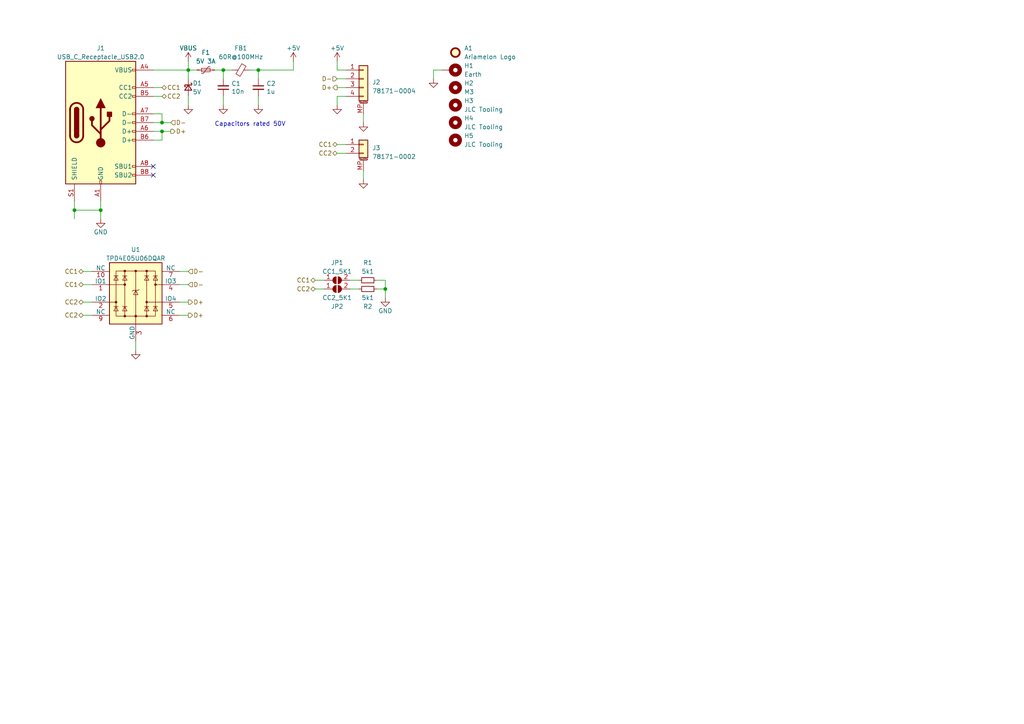
<source format=kicad_sch>
(kicad_sch (version 20230121) (generator eeschema)
  (paper "A4")
  (lib_symbols
    (symbol "Casaba:TPD4E05U06DQAR" (pin_names (offset 0))
      (property "Reference" "U2" (at 0 12.7 0))
      (property "Value" "TPD4E05U06DQAR" (at 0 10.16 0))
      (symbol "TPD4E05U06DQAR_0_0"
        (rectangle (start -5.715 6.477) (end 5.715 -6.604))
        (polyline (pts (xy -3.175 -6.604) (xy -3.175 6.477)))
        (polyline (pts (xy 0 6.477) (xy 0 -6.604)))
        (polyline (pts (xy 3.175 6.477) (xy 3.175 -6.604)))
      )
      (symbol "TPD4E05U06DQAR_0_1"
        (rectangle (start -7.62 8.89) (end 7.62 -8.89) (stroke (width 0.254)) (fill (type background)))
        (circle (center -5.715 -2.54) (radius 0.2794) (fill (type outline)))
        (circle (center -3.175 -6.604) (radius 0.2794) (fill (type outline)))
        (circle (center -3.175 2.54) (radius 0.2794) (fill (type outline)))
        (circle (center -3.175 6.477) (radius 0.2794) (fill (type outline)))
        (polyline (pts (xy -7.747 2.54) (xy -3.175 2.54)))
        (polyline (pts (xy -7.62 -2.54) (xy -5.715 -2.54)))
        (polyline (pts (xy -5.08 -3.81) (xy -6.35 -3.81)))
        (polyline (pts (xy -5.08 5.08) (xy -6.35 5.08)))
        (polyline (pts (xy -2.54 -3.81) (xy -3.81 -3.81)))
        (polyline (pts (xy -2.54 5.08) (xy -3.81 5.08)))
        (polyline (pts (xy -0.635 0.889) (xy -1.016 0.635)))
        (polyline (pts (xy 0 -6.604) (xy 0 -8.89)))
        (polyline (pts (xy 0.635 0.889) (xy -0.635 0.889)))
        (polyline (pts (xy 0.635 0.889) (xy 1.016 1.143)))
        (polyline (pts (xy 3.81 -3.81) (xy 2.54 -3.81)))
        (polyline (pts (xy 3.81 5.08) (xy 2.54 5.08)))
        (polyline (pts (xy 6.35 -3.81) (xy 5.08 -3.81)))
        (polyline (pts (xy 6.35 5.08) (xy 5.08 5.08)))
        (polyline (pts (xy 7.62 -2.54) (xy 3.175 -2.54)))
        (polyline (pts (xy 7.62 2.54) (xy 5.715 2.54)))
        (polyline (pts (xy -5.08 -5.08) (xy -6.35 -5.08) (xy -5.715 -3.81) (xy -5.08 -5.08)))
        (polyline (pts (xy -5.08 3.81) (xy -6.35 3.81) (xy -5.715 5.08) (xy -5.08 3.81)))
        (polyline (pts (xy -2.54 -5.08) (xy -3.81 -5.08) (xy -3.175 -3.81) (xy -2.54 -5.08)))
        (polyline (pts (xy -2.54 3.81) (xy -3.81 3.81) (xy -3.175 5.08) (xy -2.54 3.81)))
        (polyline (pts (xy 0.635 -0.381) (xy -0.635 -0.381) (xy 0 0.889) (xy 0.635 -0.381)))
        (polyline (pts (xy 3.81 -5.08) (xy 2.54 -5.08) (xy 3.175 -3.81) (xy 3.81 -5.08)))
        (polyline (pts (xy 3.81 3.81) (xy 2.54 3.81) (xy 3.175 5.08) (xy 3.81 3.81)))
        (polyline (pts (xy 6.35 -5.08) (xy 5.08 -5.08) (xy 5.715 -3.81) (xy 6.35 -5.08)))
        (polyline (pts (xy 6.35 3.81) (xy 5.08 3.81) (xy 5.715 5.08) (xy 6.35 3.81)))
        (circle (center 0 6.477) (radius 0.2794) (fill (type outline)))
        (circle (center 3.175 -6.604) (radius 0.2794) (fill (type outline)))
        (circle (center 3.175 -2.54) (radius 0.2794) (fill (type outline)))
        (circle (center 3.175 6.477) (radius 0.2794) (fill (type outline)))
        (circle (center 5.715 2.54) (radius 0.2794) (fill (type outline)))
      )
      (symbol "TPD4E05U06DQAR_1_1"
        (circle (center 0 -6.604) (radius 0.2794) (fill (type outline)))
        (pin bidirectional line (at -12.7 2.54 0) (length 5.08) (name "IO1") (number "1"))
        (pin bidirectional line (at -12.7 6.35 0) (length 5.08) (name "NC") (number "10"))
        (pin bidirectional line (at -12.7 -2.54 0) (length 5.08) (name "IO2") (number "2"))
        (pin power_in line (at 0 -13.97 90) (length 5.08) (name "GND") (number "3"))
        (pin bidirectional line (at 12.7 2.54 180) (length 5.08) (name "IO3") (number "4"))
        (pin bidirectional line (at 12.7 -2.54 180) (length 5.08) (name "IO4") (number "5"))
        (pin bidirectional line (at 12.7 -6.35 180) (length 5.08) (name "NC") (number "6"))
        (pin bidirectional line (at 12.7 6.35 180) (length 5.08) (name "NC") (number "7"))
        (pin power_in line (at 0 -13.97 90) (length 5.08) hide (name "GND") (number "8"))
        (pin bidirectional line (at -12.7 -6.35 0) (length 5.08) (name "NC") (number "9"))
      )
    )
    (symbol "Connector:USB_C_Receptacle_USB2.0" (pin_names (offset 1.016))
      (property "Reference" "J4" (at 0 21.59 0))
      (property "Value" "USB_C_Receptacle_USB2.0" (at 0 19.05 0))
      (symbol "USB_C_Receptacle_USB2.0_0_0"
        (rectangle (start -0.254 -17.78) (end 0.254 -16.764))
        (rectangle (start 10.16 -14.986) (end 9.144 -15.494))
        (rectangle (start 10.16 -12.446) (end 9.144 -12.954))
        (rectangle (start 10.16 -4.826) (end 9.144 -5.334))
        (rectangle (start 10.16 -2.286) (end 9.144 -2.794))
        (rectangle (start 10.16 0.254) (end 9.144 -0.254))
        (rectangle (start 10.16 2.794) (end 9.144 2.286))
        (rectangle (start 10.16 7.874) (end 9.144 7.366))
        (rectangle (start 10.16 10.414) (end 9.144 9.906))
        (rectangle (start 10.16 15.494) (end 9.144 14.986))
      )
      (symbol "USB_C_Receptacle_USB2.0_0_1"
        (rectangle (start -10.16 17.78) (end 10.16 -17.78) (stroke (width 0.254)) (fill (type background)))
        (arc (start -8.89 -3.81) (mid -6.985 -5.7067) (end -5.08 -3.81) (stroke (width 0.508)))
        (arc (start -7.62 -3.81) (mid -6.985 -4.4423) (end -6.35 -3.81) (stroke (width 0.254)))
        (arc (start -7.62 -3.81) (mid -6.985 -4.4423) (end -6.35 -3.81) (stroke (width 0.254)) (fill (type outline)))
        (rectangle (start -7.62 -3.81) (end -6.35 3.81) (stroke (width 0.254)) (fill (type outline)))
        (arc (start -6.35 3.81) (mid -6.985 4.4423) (end -7.62 3.81) (stroke (width 0.254)))
        (arc (start -6.35 3.81) (mid -6.985 4.4423) (end -7.62 3.81) (stroke (width 0.254)) (fill (type outline)))
        (arc (start -5.08 3.81) (mid -6.985 5.7067) (end -8.89 3.81) (stroke (width 0.508)))
        (circle (center -2.54 1.143) (radius 0.635) (stroke (width 0.254)) (fill (type outline)))
        (circle (center 0 -5.842) (radius 1.27) (fill (type outline)))
        (polyline (pts (xy -8.89 -3.81) (xy -8.89 3.81)) (stroke (width 0.508)))
        (polyline (pts (xy -5.08 3.81) (xy -5.08 -3.81)) (stroke (width 0.508)))
        (polyline (pts (xy 0 -5.842) (xy 0 4.318)) (stroke (width 0.508)))
        (polyline (pts (xy 0 -3.302) (xy -2.54 -0.762) (xy -2.54 0.508)) (stroke (width 0.508)))
        (polyline (pts (xy 0 -2.032) (xy 2.54 0.508) (xy 2.54 1.778)) (stroke (width 0.508)))
        (polyline (pts (xy -1.27 4.318) (xy 0 6.858) (xy 1.27 4.318) (xy -1.27 4.318)) (stroke (width 0.254)) (fill (type outline)))
        (rectangle (start 1.905 1.778) (end 3.175 3.048) (stroke (width 0.254)) (fill (type outline)))
      )
      (symbol "USB_C_Receptacle_USB2.0_1_1"
        (pin passive line (at 0 -22.86 90) (length 5.08) (name "GND") (number "A1"))
        (pin passive line (at 0 -22.86 90) (length 5.08) hide (name "GND") (number "A12"))
        (pin passive line (at 15.24 15.24 180) (length 5.08) (name "VBUS") (number "A4"))
        (pin bidirectional line (at 15.24 10.16 180) (length 5.08) (name "CC1") (number "A5"))
        (pin bidirectional line (at 15.24 -2.54 180) (length 5.08) (name "D+") (number "A6"))
        (pin bidirectional line (at 15.24 2.54 180) (length 5.08) (name "D-") (number "A7"))
        (pin bidirectional line (at 15.24 -12.7 180) (length 5.08) (name "SBU1") (number "A8"))
        (pin passive line (at 15.24 15.24 180) (length 5.08) hide (name "VBUS") (number "A9"))
        (pin passive line (at 0 -22.86 90) (length 5.08) hide (name "GND") (number "B1"))
        (pin passive line (at 0 -22.86 90) (length 5.08) hide (name "GND") (number "B12"))
        (pin passive line (at 15.24 15.24 180) (length 5.08) hide (name "VBUS") (number "B4"))
        (pin bidirectional line (at 15.24 7.62 180) (length 5.08) (name "CC2") (number "B5"))
        (pin bidirectional line (at 15.24 -5.08 180) (length 5.08) (name "D+") (number "B6"))
        (pin bidirectional line (at 15.24 0 180) (length 5.08) (name "D-") (number "B7"))
        (pin bidirectional line (at 15.24 -15.24 180) (length 5.08) (name "SBU2") (number "B8"))
        (pin passive line (at 15.24 15.24 180) (length 5.08) hide (name "VBUS") (number "B9"))
        (pin passive line (at -7.62 -22.86 90) (length 5.08) (name "SHIELD") (number "S1"))
      )
    )
    (symbol "Connector_Generic_MountingPin:Conn_01x02_MountingPin" (pin_names (offset 1.016) hide)
      (property "Reference" "J" (at 0 2.54 0))
      (property "Value" "Conn_01x02_MountingPin" (at 1.27 -5.08 0))
      (symbol "Conn_01x02_MountingPin_1_1"
        (rectangle (start -1.27 -2.413) (end 0 -2.667) (stroke (width 0.1524)))
        (rectangle (start -1.27 0.127) (end 0 -0.127) (stroke (width 0.1524)))
        (rectangle (start -1.27 1.27) (end 1.27 -3.81) (stroke (width 0.254)) (fill (type background)))
        (polyline (pts (xy -1.016 -4.572) (xy 1.016 -4.572)) (stroke (width 0.1524)))
        (text "Mounting" (at 0 -4.191 0) (effects (font (size 0.381 0.381))))
        (pin passive line (at -5.08 0 0) (length 3.81) (name "Pin_1") (number "1"))
        (pin passive line (at -5.08 -2.54 0) (length 3.81) (name "Pin_2") (number "2"))
        (pin passive line (at 0 -7.62 90) (length 3.048) (name "MountPin") (number "MP"))
      )
    )
    (symbol "Connector_Generic_MountingPin:Conn_01x04_MountingPin" (pin_names (offset 1.016) hide)
      (property "Reference" "J" (at 0 5.08 0))
      (property "Value" "Conn_01x04_MountingPin" (at 1.27 -7.62 0))
      (symbol "Conn_01x04_MountingPin_1_1"
        (rectangle (start -1.27 -4.953) (end 0 -5.207) (stroke (width 0.1524)))
        (rectangle (start -1.27 -2.413) (end 0 -2.667) (stroke (width 0.1524)))
        (rectangle (start -1.27 0.127) (end 0 -0.127) (stroke (width 0.1524)))
        (rectangle (start -1.27 2.667) (end 0 2.413) (stroke (width 0.1524)))
        (rectangle (start -1.27 3.81) (end 1.27 -6.35) (stroke (width 0.254)) (fill (type background)))
        (polyline (pts (xy -1.016 -7.112) (xy 1.016 -7.112)) (stroke (width 0.1524)))
        (text "Mounting" (at 0 -6.731 0) (effects (font (size 0.381 0.381))))
        (pin passive line (at -5.08 2.54 0) (length 3.81) (name "Pin_1") (number "1"))
        (pin passive line (at -5.08 0 0) (length 3.81) (name "Pin_2") (number "2"))
        (pin passive line (at -5.08 -2.54 0) (length 3.81) (name "Pin_3") (number "3"))
        (pin passive line (at -5.08 -5.08 0) (length 3.81) (name "Pin_4") (number "4"))
        (pin passive line (at 0 -10.16 90) (length 3.048) (name "MountPin") (number "MP"))
      )
    )
    (symbol "Device:C_Small" (pin_numbers hide) (pin_names (offset 0.254) hide)
      (property "Reference" "C" (at 0.254 1.778 0))
      (property "Value" "C_Small" (at 0.254 -2.032 0))
      (symbol "C_Small_0_1"
        (polyline (pts (xy -1.524 -0.508) (xy 1.524 -0.508)) (stroke (width 0.3302)))
        (polyline (pts (xy -1.524 0.508) (xy 1.524 0.508)) (stroke (width 0.3048)))
      )
      (symbol "C_Small_1_1"
        (pin passive line (at 0 2.54 270) (length 2.032) (name "~") (number "1"))
        (pin passive line (at 0 -2.54 90) (length 2.032) (name "~") (number "2"))
      )
    )
    (symbol "Device:D_Schottky_Small" (pin_numbers hide) (pin_names (offset 0.254) hide)
      (property "Reference" "D" (at -1.27 2.032 0))
      (property "Value" "D_Schottky_Small" (at -7.112 -2.032 0))
      (symbol "D_Schottky_Small_0_1"
        (polyline (pts (xy -0.762 0) (xy 0.762 0)))
        (polyline (pts (xy 0.762 -1.016) (xy -0.762 0) (xy 0.762 1.016) (xy 0.762 -1.016)) (stroke (width 0.254)))
        (polyline (pts (xy -1.27 0.762) (xy -1.27 1.016) (xy -0.762 1.016) (xy -0.762 -1.016) (xy -0.254 -1.016) (xy -0.254 -0.762)) (stroke (width 0.254)))
      )
      (symbol "D_Schottky_Small_1_1"
        (pin passive line (at -2.54 0 0) (length 1.778) (name "K") (number "1"))
        (pin passive line (at 2.54 0 180) (length 1.778) (name "A") (number "2"))
      )
    )
    (symbol "Device:FerriteBead_Small" (pin_numbers hide) (pin_names (offset 0))
      (property "Reference" "FB" (at 1.905 1.27 0))
      (property "Value" "FerriteBead_Small" (at 1.905 -1.27 0))
      (symbol "FerriteBead_Small_0_1"
        (polyline (pts (xy 0 -1.27) (xy 0 -0.7874)))
        (polyline (pts (xy 0 0.889) (xy 0 1.2954)))
        (polyline (pts (xy -1.8288 0.2794) (xy -1.1176 1.4986) (xy 1.8288 -0.2032) (xy 1.1176 -1.4224) (xy -1.8288 0.2794)))
      )
      (symbol "FerriteBead_Small_1_1"
        (pin passive line (at 0 2.54 270) (length 1.27) (name "~") (number "1"))
        (pin passive line (at 0 -2.54 90) (length 1.27) (name "~") (number "2"))
      )
    )
    (symbol "Device:Polyfuse_Small" (pin_numbers hide) (pin_names (offset 0))
      (property "Reference" "F" (at -1.905 0 90))
      (property "Value" "Polyfuse_Small" (at 1.905 0 90))
      (symbol "Polyfuse_Small_0_1"
        (rectangle (start -0.508 1.27) (end 0.508 -1.27))
        (polyline (pts (xy 0 2.54) (xy 0 -2.54)))
        (polyline (pts (xy -1.016 1.27) (xy -1.016 0.762) (xy 1.016 -0.762) (xy 1.016 -1.27)))
      )
      (symbol "Polyfuse_Small_1_1"
        (pin passive line (at 0 2.54 270) (length 0.635) (name "~") (number "1"))
        (pin passive line (at 0 -2.54 90) (length 0.635) (name "~") (number "2"))
      )
    )
    (symbol "Device:R_Small" (pin_numbers hide) (pin_names (offset 0.254) hide)
      (property "Reference" "R" (at 0.762 0.508 0))
      (property "Value" "R_Small" (at 0.762 -1.016 0))
      (symbol "R_Small_0_1"
        (rectangle (start -0.762 1.778) (end 0.762 -1.778) (stroke (width 0.2032)))
      )
      (symbol "R_Small_1_1"
        (pin passive line (at 0 2.54 270) (length 0.762) (name "~") (number "1"))
        (pin passive line (at 0 -2.54 90) (length 0.762) (name "~") (number "2"))
      )
    )
    (symbol "Jumper:SolderJumper_2_Open" (pin_names (offset 0) hide)
      (property "Reference" "JP" (at 0 2.032 0))
      (property "Value" "SolderJumper_2_Open" (at 0 -2.54 0))
      (symbol "SolderJumper_2_Open_0_1"
        (arc (start -0.254 1.016) (mid -1.2656 0) (end -0.254 -1.016))
        (arc (start -0.254 1.016) (mid -1.2656 0) (end -0.254 -1.016) (fill (type outline)))
        (polyline (pts (xy -0.254 1.016) (xy -0.254 -1.016)))
        (polyline (pts (xy 0.254 1.016) (xy 0.254 -1.016)))
        (arc (start 0.254 -1.016) (mid 1.2656 0) (end 0.254 1.016))
        (arc (start 0.254 -1.016) (mid 1.2656 0) (end 0.254 1.016) (fill (type outline)))
      )
      (symbol "SolderJumper_2_Open_1_1"
        (pin passive line (at -3.81 0 0) (length 2.54) (name "A") (number "1"))
        (pin passive line (at 3.81 0 180) (length 2.54) (name "B") (number "2"))
      )
    )
    (symbol "Mechanical:Fiducial"
      (property "Reference" "FID" (at 0 5.08 0))
      (property "Value" "Fiducial" (at 0 3.175 0))
      (symbol "Fiducial_0_1"
        (circle (center 0 0) (radius 1.27) (stroke (width 0.508)) (fill (type background)))
      )
    )
    (symbol "Mechanical:MountingHole" (pin_names (offset 1.016))
      (property "Reference" "H" (at 0 5.08 0))
      (property "Value" "MountingHole" (at 0 3.175 0))
      (symbol "MountingHole_0_1"
        (circle (center 0 0) (radius 1.27) (stroke (width 1.27)))
      )
    )
    (symbol "Mechanical:MountingHole_Pad" (pin_numbers hide) (pin_names (offset 1.016) hide)
      (property "Reference" "H" (at 0 6.35 0))
      (property "Value" "MountingHole_Pad" (at 0 4.445 0))
      (symbol "MountingHole_Pad_0_1"
        (circle (center 0 1.27) (radius 1.27) (stroke (width 1.27)))
      )
      (symbol "MountingHole_Pad_1_1"
        (pin input line (at 0 -2.54 90) (length 2.54) (name "1") (number "1"))
      )
    )
    (symbol "power:+5V" (power) (pin_names (offset 0))
      (property "Value" "+5V" (at 0 3.556 0))
      (symbol "+5V_0_1"
        (polyline (pts (xy -0.762 1.27) (xy 0 2.54)))
        (polyline (pts (xy 0 0) (xy 0 2.54)))
        (polyline (pts (xy 0 2.54) (xy 0.762 1.27)))
      )
      (symbol "+5V_1_1"
        (pin power_in line (at 0 0 90) (length 0) hide (name "+5V") (number "1"))
      )
    )
    (symbol "power:GND" (power) (pin_names (offset 0))
      (property "Value" "GND" (at 0 -3.81 0))
      (symbol "GND_0_1"
        (polyline (pts (xy 0 0) (xy 0 -1.27) (xy 1.27 -1.27) (xy 0 -2.54) (xy -1.27 -1.27) (xy 0 -1.27)))
      )
      (symbol "GND_1_1"
        (pin power_in line (at 0 0 270) (length 0) hide (name "GND") (number "1"))
      )
    )
    (symbol "power:VBUS" (power) (pin_names (offset 0))
      (property "Value" "VBUS" (at 0 3.81 0))
      (symbol "VBUS_0_1"
        (polyline (pts (xy -0.762 1.27) (xy 0 2.54)))
        (polyline (pts (xy 0 0) (xy 0 2.54)))
        (polyline (pts (xy 0 2.54) (xy 0.762 1.27)))
      )
      (symbol "VBUS_1_1"
        (pin power_in line (at 0 0 90) (length 0) hide (name "VBUS") (number "1"))
      )
    )
  )
  (junction (at 21.59 60.96))
  (junction (at 74.93 20.32))
  (junction (at 29.21 60.96))
  (junction (at 46.99 38.1))
  (junction (at 64.77 20.32))
  (junction (at 54.61 20.32))
  (junction (at 111.76 83.82))
  (junction (at 46.99 35.56))
  (no_connect (at 44.45 50.8))
  (no_connect (at 44.45 48.26))
  (wire (pts (xy 54.61 17.78) (xy 54.61 20.32)))
  (wire (pts (xy 64.77 20.32) (xy 67.31 20.32)))
  (wire (pts (xy 44.45 38.1) (xy 46.99 38.1)))
  (wire (pts (xy 46.99 38.1) (xy 46.99 40.64)))
  (wire (pts (xy 97.79 27.94) (xy 100.33 27.94)))
  (wire (pts (xy 29.21 60.96) (xy 29.21 63.5)))
  (wire (pts (xy 125.73 20.32) (xy 128.27 20.32)))
  (wire (pts (xy 49.53 38.1) (xy 46.99 38.1)))
  (wire (pts (xy 54.61 78.74) (xy 52.07 78.74)))
  (wire (pts (xy 97.79 44.45) (xy 100.33 44.45)))
  (wire (pts (xy 105.41 33.02) (xy 105.41 35.56)))
  (wire (pts (xy 62.23 20.32) (xy 64.77 20.32)))
  (wire (pts (xy 54.61 87.63) (xy 52.07 87.63)))
  (wire (pts (xy 29.21 58.42) (xy 29.21 60.96)))
  (wire (pts (xy 74.93 20.32) (xy 74.93 22.86)))
  (wire (pts (xy 54.61 82.55) (xy 52.07 82.55)))
  (wire (pts (xy 91.44 81.28) (xy 93.98 81.28)))
  (wire (pts (xy 44.45 33.02) (xy 46.99 33.02)))
  (wire (pts (xy 74.93 27.94) (xy 74.93 30.48)))
  (wire (pts (xy 111.76 83.82) (xy 111.76 86.36)))
  (wire (pts (xy 54.61 20.32) (xy 57.15 20.32)))
  (wire (pts (xy 44.45 35.56) (xy 46.99 35.56)))
  (wire (pts (xy 91.44 83.82) (xy 93.98 83.82)))
  (wire (pts (xy 74.93 20.32) (xy 85.09 20.32)))
  (wire (pts (xy 109.22 83.82) (xy 111.76 83.82)))
  (wire (pts (xy 97.79 22.86) (xy 100.33 22.86)))
  (wire (pts (xy 72.39 20.32) (xy 74.93 20.32)))
  (wire (pts (xy 24.13 78.74) (xy 26.67 78.74)))
  (wire (pts (xy 97.79 25.4) (xy 100.33 25.4)))
  (wire (pts (xy 64.77 22.86) (xy 64.77 20.32)))
  (wire (pts (xy 97.79 41.91) (xy 100.33 41.91)))
  (wire (pts (xy 105.41 49.53) (xy 105.41 52.07)))
  (wire (pts (xy 46.99 25.4) (xy 44.45 25.4)))
  (wire (pts (xy 54.61 91.44) (xy 52.07 91.44)))
  (wire (pts (xy 21.59 60.96) (xy 21.59 63.5)))
  (wire (pts (xy 97.79 27.94) (xy 97.79 30.48)))
  (wire (pts (xy 104.14 83.82) (xy 101.6 83.82)))
  (wire (pts (xy 44.45 40.64) (xy 46.99 40.64)))
  (wire (pts (xy 24.13 91.44) (xy 26.67 91.44)))
  (wire (pts (xy 54.61 27.94) (xy 54.61 30.48)))
  (wire (pts (xy 49.53 35.56) (xy 46.99 35.56)))
  (wire (pts (xy 54.61 22.86) (xy 54.61 20.32)))
  (wire (pts (xy 85.09 17.78) (xy 85.09 20.32)))
  (wire (pts (xy 21.59 58.42) (xy 21.59 60.96)))
  (wire (pts (xy 24.13 87.63) (xy 26.67 87.63)))
  (wire (pts (xy 21.59 60.96) (xy 29.21 60.96)))
  (wire (pts (xy 46.99 27.94) (xy 44.45 27.94)))
  (wire (pts (xy 44.45 20.32) (xy 54.61 20.32)))
  (wire (pts (xy 24.13 82.55) (xy 26.67 82.55)))
  (wire (pts (xy 125.73 20.32) (xy 125.73 22.86)))
  (wire (pts (xy 109.22 81.28) (xy 111.76 81.28)))
  (wire (pts (xy 39.37 99.06) (xy 39.37 101.6)))
  (wire (pts (xy 46.99 33.02) (xy 46.99 35.56)))
  (wire (pts (xy 97.79 17.78) (xy 97.79 20.32)))
  (wire (pts (xy 104.14 81.28) (xy 101.6 81.28)))
  (wire (pts (xy 64.77 27.94) (xy 64.77 30.48)))
  (wire (pts (xy 111.76 81.28) (xy 111.76 83.82)))
  (wire (pts (xy 97.79 20.32) (xy 100.33 20.32)))
  (text "Capacitors rated 50V" (at 62.23 36.83 0) (effects (font (size 1.27 1.27)) (justify left bottom)))
  (hierarchical_label "D+" (shape output) (at 54.61 87.63 0))
  (hierarchical_label "D+" (shape output) (at 49.53 38.1 0))
  (hierarchical_label "D+" (shape output) (at 97.79 25.4 180))
  (hierarchical_label "CC1" (shape bidirectional) (at 24.13 82.55 180))
  (hierarchical_label "CC1" (shape bidirectional) (at 97.79 41.91 180))
  (hierarchical_label "D-" (shape input) (at 49.53 35.56 0))
  (hierarchical_label "CC2" (shape bidirectional) (at 46.99 27.94 0))
  (hierarchical_label "D-" (shape input) (at 54.61 82.55 0))
  (hierarchical_label "D-" (shape input) (at 54.61 78.74 0))
  (hierarchical_label "CC2" (shape bidirectional) (at 24.13 87.63 180))
  (hierarchical_label "CC1" (shape bidirectional) (at 91.44 81.28 180))
  (hierarchical_label "CC1" (shape bidirectional) (at 46.99 25.4 0))
  (hierarchical_label "CC2" (shape bidirectional) (at 91.44 83.82 180))
  (hierarchical_label "D+" (shape output) (at 54.61 91.44 0))
  (hierarchical_label "CC2" (shape bidirectional) (at 24.13 91.44 180))
  (hierarchical_label "CC2" (shape bidirectional) (at 97.79 44.45 180))
  (hierarchical_label "D-" (shape input) (at 97.79 22.86 180))
  (hierarchical_label "CC1" (shape bidirectional) (at 24.13 78.74 180))
  (symbol (lib_id "power:GND") (at 97.79 30.48 0) (unit 1)
    (property "Reference" "#PWR06" (effects hide))
    (property "Value" "GND" (effects hide))
  )
  (symbol (lib_id "power:GND") (at 105.41 52.07 0) (unit 1)
    (property "Reference" "#PWR07" (effects hide))
    (property "Value" "GND" (effects hide))
  )
  (symbol (lib_id "power:GND") (at 111.76 86.36 0) (unit 1)
    (property "Reference" "#PWR012" (effects hide))
    (property "Value" "GND" (at 111.76 90.17 0))
  )
  (symbol (lib_id "Mechanical:MountingHole") (at 132.08 40.64 0) (mirror y) (unit 1) (in_bom no)
    (property "Reference" "H5" (at 134.62 39.37 0) (effects (justify right)))
    (property "Value" "JLC Tooling" (at 134.62 41.91 0) (effects (justify right)))
    (property "Footprint" "Casaba:JLC Tooling Hole" (effects hide))
  )
  (symbol (lib_id "Device:C_Small") (at 64.77 25.4 180) (unit 1)
    (property "Reference" "C1" (at 67.1068 24.2316 0) (effects (justify right)))
    (property "Value" "10n" (at 67.1068 26.543 0) (effects (justify right)))
    (property "Footprint" "Capacitor_SMD:C_0402_1005Metric" (effects hide))
    (property "Description" "0402 capacitor" (effects hide))
    (property "LCSC" "C15195" (effects hide))
  )
  (symbol (lib_id "Mechanical:MountingHole_Pad") (at 130.81 20.32 270) (mirror x) (unit 1) (in_bom no)
    (property "Reference" "H1" (at 134.62 19.05 90) (effects (justify left)))
    (property "Value" "Earth" (at 134.62 21.59 90) (effects (justify left)))
    (property "Footprint" "MountingHole:MountingHole_3.2mm_M3_Pad" (effects hide))
  )
  (symbol (lib_id "Device:Polyfuse_Small") (at 59.69 20.32 90) (unit 1)
    (property "Reference" "F1" (at 59.69 15.24 90))
    (property "Value" "5V 3A" (at 59.69 17.78 90))
    (property "Footprint" "Fuse:Fuse_0805_2012Metric" (effects hide))
    (property "Description" "0805 Fuse" (effects hide))
    (property "LCSC" "C207025" (effects hide))
  )
  (symbol (lib_id "Mechanical:Fiducial") (at 132.08 15.24 0) (mirror y) (unit 1) (in_bom no)
    (property "Reference" "A1" (at 134.62 13.97 0) (effects (justify right)))
    (property "Value" "Ariamelon Logo" (at 134.62 16.51 0) (effects (justify right)))
    (property "Footprint" "Casaba:Ariamelon_Logo-CU" (effects hide))
  )
  (symbol (lib_id "Casaba:TPD4E05U06DQAR") (at 39.37 85.09 0) (unit 1)
    (property "Reference" "U1" (at 39.37 72.39 0))
    (property "Value" "TPD4E05U06DQAR" (at 39.37 74.93 0))
    (property "Footprint" "Casaba:USON-10_2.5x1.0mm_P0.5mm" (effects hide))
    (property "Description" "TVS array" (effects hide))
    (property "LCSC" "C138714" (effects hide))
  )
  (symbol (lib_id "Mechanical:MountingHole") (at 132.08 25.4 0) (mirror y) (unit 1) (in_bom no)
    (property "Reference" "H2" (at 134.62 24.13 0) (effects (justify right)))
    (property "Value" "M3" (at 134.62 26.67 0) (effects (justify right)))
    (property "Footprint" "MountingHole:MountingHole_3.2mm_M3" (effects hide))
  )
  (symbol (lib_id "Connector_Generic_MountingPin:Conn_01x02_MountingPin") (at 105.41 41.91 0) (unit 1)
    (property "Reference" "J3" (at 107.95 42.9006 0) (effects (justify left)))
    (property "Value" "78171-0002" (at 107.95 45.4406 0) (effects (justify left)))
    (property "Footprint" "Casaba:Molex_Pico-EZmate_78171-0002_1x02-1MP_P1.20mm_Vertical" (effects hide))
    (property "LCSC" "C505023" (effects hide))
  )
  (symbol (lib_id "Connector:USB_C_Receptacle_USB2.0") (at 29.21 35.56 0) (unit 1)
    (property "Reference" "J1" (at 29.21 13.97 0))
    (property "Value" "USB_C_Receptacle_USB2.0" (at 29.21 16.51 0))
    (property "Footprint" "Casaba:HRO-TYPE-C-31-M-12" (effects hide))
    (property "Datasheet" "https://www.usb.org/sites/default/files/documents/usb_type-c.zip" (effects hide))
    (property "LCSC" "C165948" (effects hide))
  )
  (symbol (lib_id "Connector_Generic_MountingPin:Conn_01x04_MountingPin") (at 105.41 22.86 0) (unit 1)
    (property "Reference" "J2" (at 107.95 23.8506 0) (effects (justify left)))
    (property "Value" "78171-0004" (at 107.95 26.3906 0) (effects (justify left)))
    (property "Footprint" "Casaba:Molex_Pico-EZmate_78171-0004_1x04-1MP_P1.20mm_Vertical" (effects hide))
    (property "LCSC" "C588524" (effects hide))
  )
  (symbol (lib_id "Jumper:SolderJumper_2_Open") (at 97.79 83.82 0) (mirror x) (unit 1) (in_bom no)
    (property "Reference" "JP2" (at 97.79 88.9 0))
    (property "Value" "CC2_5K1" (at 97.79 86.36 0))
    (property "Footprint" "Casaba:SolderJumper-2_P1.3mm_Open_Pad0.5x1.0mm" (effects hide))
  )
  (symbol (lib_id "power:GND") (at 54.61 30.48 0) (unit 1)
    (property "Reference" "#PWR04" (effects hide))
    (property "Value" "GND" (effects hide))
  )
  (symbol (lib_id "power:GND") (at 39.37 101.6 0) (unit 1)
    (property "Reference" "#PWR08" (effects hide))
    (property "Value" "GND" (effects hide))
  )
  (symbol (lib_id "power:GND") (at 29.21 63.5 0) (unit 1)
    (property "Reference" "#PWR01" (effects hide))
    (property "Value" "GND" (at 29.21 67.31 0))
  )
  (symbol (lib_id "Device:R_Small") (at 106.68 83.82 90) (mirror x) (unit 1)
    (property "Reference" "R2" (at 106.68 88.9 90))
    (property "Value" "5k1" (at 106.68 86.36 90))
    (property "Footprint" "Resistor_SMD:R_0402_1005Metric" (effects hide))
    (property "LCSC" "C25905" (effects hide))
    (property "Description" "0402 Resistor" (effects hide))
  )
  (symbol (lib_id "power:GND") (at 125.73 22.86 0) (unit 1)
    (property "Reference" "#PWR013" (effects hide))
    (property "Value" "GND" (effects hide))
  )
  (symbol (lib_id "Device:R_Small") (at 106.68 81.28 90) (unit 1)
    (property "Reference" "R1" (at 106.68 76.2 90))
    (property "Value" "5k1" (at 106.68 78.74 90))
    (property "Footprint" "Resistor_SMD:R_0402_1005Metric" (effects hide))
    (property "LCSC" "C25905" (effects hide))
    (property "Description" "0402 Resistor" (effects hide))
  )
  (symbol (lib_id "power:+5V") (at 85.09 17.78 0) (unit 1)
    (property "Reference" "#PWR011" (effects hide))
    (property "Value" "+5V" (at 85.09 13.97 0))
  )
  (symbol (lib_id "power:GND") (at 105.41 35.56 0) (unit 1)
    (property "Reference" "#PWR010" (effects hide))
    (property "Value" "GND" (effects hide))
  )
  (symbol (lib_id "power:GND") (at 64.77 30.48 0) (unit 1)
    (property "Reference" "#PWR02" (effects hide))
    (property "Value" "GND" (effects hide))
  )
  (symbol (lib_id "Mechanical:MountingHole") (at 132.08 35.56 0) (mirror y) (unit 1) (in_bom no)
    (property "Reference" "H4" (at 134.62 34.29 0) (effects (justify right)))
    (property "Value" "JLC Tooling" (at 134.62 36.83 0) (effects (justify right)))
    (property "Footprint" "Casaba:JLC Tooling Hole" (effects hide))
  )
  (symbol (lib_id "Device:C_Small") (at 74.93 25.4 0) (unit 1)
    (property "Reference" "C2" (at 77.2668 24.2316 0) (effects (justify left)))
    (property "Value" "1u" (at 77.2668 26.543 0) (effects (justify left)))
    (property "Footprint" "Capacitor_SMD:C_0603_1608Metric" (effects hide))
    (property "Description" "0603 capacitor" (effects hide))
    (property "LCSC" "C15849" (effects hide))
  )
  (symbol (lib_id "Device:FerriteBead_Small") (at 69.85 20.32 270) (unit 1)
    (property "Reference" "FB1" (at 69.85 13.97 90))
    (property "Value" "60R@100MHz" (at 69.85 16.51 90))
    (property "Footprint" "Inductor_SMD:L_0805_2012Metric" (effects hide))
    (property "LCSC" "C237300" (effects hide))
    (property "Description" "60R@100MHz" (effects hide))
  )
  (symbol (lib_id "Device:D_Schottky_Small") (at 54.61 25.4 270) (unit 1)
    (property "Reference" "D1" (at 55.88 24.13 90) (effects (justify left)))
    (property "Value" "5V" (at 55.88 26.67 90) (effects (justify left)))
    (property "Footprint" "Diode_SMD:D_SOD-523" (effects hide))
    (property "LCSC" "C502546" (effects hide))
    (property "Description" "SOD-523 TVS" (effects hide))
  )
  (symbol (lib_id "power:VBUS") (at 54.61 17.78 0) (unit 1)
    (property "Reference" "#PWR09" (effects hide))
    (property "Value" "VBUS" (at 54.61 13.97 0))
  )
  (symbol (lib_id "Jumper:SolderJumper_2_Open") (at 97.79 81.28 0) (unit 1) (in_bom no)
    (property "Reference" "JP1" (at 97.79 76.2 0))
    (property "Value" "CC1_5K1" (at 97.79 78.74 0))
    (property "Footprint" "Casaba:SolderJumper-2_P1.3mm_Open_Pad0.5x1.0mm" (effects hide))
  )
  (symbol (lib_id "power:+5V") (at 97.79 17.78 0) (unit 1)
    (property "Reference" "#PWR05" (effects hide))
    (property "Value" "+5V" (at 97.79 13.97 0))
  )
  (symbol (lib_id "Mechanical:MountingHole") (at 132.08 30.48 0) (mirror y) (unit 1) (in_bom no)
    (property "Reference" "H3" (at 134.62 29.21 0) (effects (justify right)))
    (property "Value" "JLC Tooling" (at 134.62 31.75 0) (effects (justify right)))
    (property "Footprint" "Casaba:JLC Tooling Hole" (effects hide))
  )
  (symbol (lib_id "power:GND") (at 74.93 30.48 0) (unit 1)
    (property "Reference" "#PWR03" (effects hide))
    (property "Value" "GND" (effects hide))
  )
)
</source>
